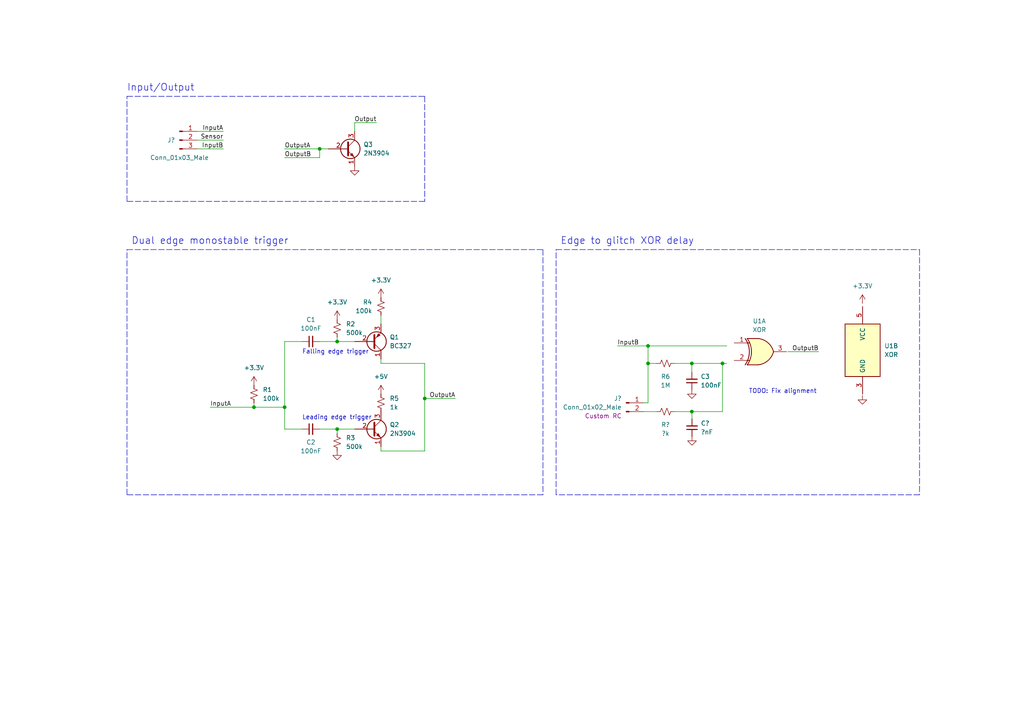
<source format=kicad_sch>
(kicad_sch (version 20211123) (generator eeschema)
  (paper "A4")
  (lib_symbols
    (symbol "Connector:Conn_01x02_Male" (pin_names (offset 1.016) hide)
      (property "Reference" "J" (at 0 2.54 0))
      (property "Value" "Conn_01x02_Male" (at 0 -5.08 0))
      (symbol "Conn_01x02_Male_1_1"
        (polyline (pts (xy 1.27 -2.54) (xy 0.8636 -2.54)) (stroke (width 0.1524)))
        (polyline (pts (xy 1.27 0) (xy 0.8636 0)) (stroke (width 0.1524)))
        (rectangle (start 0.8636 -2.413) (end 0 -2.667) (stroke (width 0.1524)) (fill (type outline)))
        (rectangle (start 0.8636 0.127) (end 0 -0.127) (stroke (width 0.1524)) (fill (type outline)))
        (pin passive line (at 5.08 0 180) (length 3.81) (name "Pin_1") (number "1"))
        (pin passive line (at 5.08 -2.54 180) (length 3.81) (name "Pin_2") (number "2"))
      )
    )
    (symbol "Connector:Conn_01x03_Male" (pin_names (offset 1.016) hide)
      (property "Reference" "J" (at 0 5.08 0))
      (property "Value" "Conn_01x03_Male" (at 0 -5.08 0))
      (symbol "Conn_01x03_Male_1_1"
        (polyline (pts (xy 1.27 -2.54) (xy 0.8636 -2.54)) (stroke (width 0.1524)))
        (polyline (pts (xy 1.27 0) (xy 0.8636 0)) (stroke (width 0.1524)))
        (polyline (pts (xy 1.27 2.54) (xy 0.8636 2.54)) (stroke (width 0.1524)))
        (rectangle (start 0.8636 -2.413) (end 0 -2.667) (stroke (width 0.1524)) (fill (type outline)))
        (rectangle (start 0.8636 0.127) (end 0 -0.127) (stroke (width 0.1524)) (fill (type outline)))
        (rectangle (start 0.8636 2.667) (end 0 2.413) (stroke (width 0.1524)) (fill (type outline)))
        (pin passive line (at 5.08 2.54 180) (length 3.81) (name "Pin_1") (number "1"))
        (pin passive line (at 5.08 0 180) (length 3.81) (name "Pin_2") (number "2"))
        (pin passive line (at 5.08 -2.54 180) (length 3.81) (name "Pin_3") (number "3"))
      )
    )
    (symbol "Device:C_Small" (pin_numbers hide) (pin_names (offset 0.254) hide)
      (property "Reference" "C" (at 0.254 1.778 0))
      (property "Value" "C_Small" (at 0.254 -2.032 0))
      (symbol "C_Small_0_1"
        (polyline (pts (xy -1.524 -0.508) (xy 1.524 -0.508)) (stroke (width 0.3302)))
        (polyline (pts (xy -1.524 0.508) (xy 1.524 0.508)) (stroke (width 0.3048)))
      )
      (symbol "C_Small_1_1"
        (pin passive line (at 0 2.54 270) (length 2.032) (name "~") (number "1"))
        (pin passive line (at 0 -2.54 90) (length 2.032) (name "~") (number "2"))
      )
    )
    (symbol "Device:R_Small_US" (pin_numbers hide) (pin_names (offset 0.254) hide)
      (property "Reference" "R" (at 0.762 0.508 0))
      (property "Value" "R_Small_US" (at 0.762 -1.016 0))
      (symbol "R_Small_US_1_1"
        (polyline (pts (xy 0 0) (xy 1.016 -0.381) (xy 0 -0.762) (xy -1.016 -1.143) (xy 0 -1.524)))
        (polyline (pts (xy 0 1.524) (xy 1.016 1.143) (xy 0 0.762) (xy -1.016 0.381) (xy 0 0)))
        (pin passive line (at 0 2.54 270) (length 1.016) (name "~") (number "1"))
        (pin passive line (at 0 -2.54 90) (length 1.016) (name "~") (number "2"))
      )
    )
    (symbol "Nick:XOR" (pin_names (offset 1.016))
      (property "Reference" "U" (at -0.7112 26.8732 0))
      (property "Value" "XOR" (at -0.7112 24.3332 0))
      (symbol "XOR_1_0"
        (arc (start -2.2608 -3.81) (mid -1.0445 0) (end -2.2608 3.81) (stroke (width 0.254)))
        (arc (start -1.6512 -3.81) (mid -0.4302 0) (end -1.6512 3.81) (stroke (width 0.254)))
        (polyline (pts (xy -1.6512 -3.81) (xy 1.5238 -3.81)) (stroke (width 0.254)) (fill (type background)))
        (polyline (pts (xy -1.6512 3.81) (xy 1.5238 3.81)) (stroke (width 0.254)) (fill (type background)))
        (polyline (pts (xy 1.5238 3.81) (xy -1.6512 3.81) (xy -1.6512 3.81) (xy -1.3972 3.4036) (xy -0.8638 2.2606) (xy -0.5336 1.0414) (xy -0.4574 -0.254) (xy -0.6098 -1.4986) (xy -1.0162 -2.7178) (xy -1.6512 -3.81) (xy -1.6512 -3.81) (xy 1.5238 -3.81)) (stroke (width -25.4)) (fill (type background)))
        (arc (start 1.5492 -3.81) (mid 4.3443 -2.584) (end 5.9688 0) (stroke (width 0.254)) (fill (type background)))
        (arc (start 5.9688 0) (mid 4.3516 2.5925) (end 1.5492 3.81) (stroke (width 0.254)) (fill (type background)))
        (pin input line (at -5.4612 2.54 0) (length 4.445) (name "~") (number "1"))
        (pin input line (at -5.4612 -2.54 0) (length 4.445) (name "~") (number "2"))
        (pin output line (at 9.7788 0 180) (length 3.81) (name "~") (number "3"))
      )
      (symbol "XOR_1_1"
        (polyline (pts (xy -1.6512 -2.54) (xy -1.0162 -2.54)) (stroke (width 0.1524)))
        (polyline (pts (xy -1.6512 2.54) (xy -1.0162 2.54)) (stroke (width 0.1524)))
      )
      (symbol "XOR_2_0"
        (pin power_in line (at 0.0508 -12.2936 90) (length 5.08) (name "GND") (number "3"))
        (pin power_in line (at 0.0508 13.1064 270) (length 5.08) (name "VCC") (number "5"))
      )
      (symbol "XOR_2_1"
        (rectangle (start -5.0292 8.0264) (end 5.1308 -7.2136) (stroke (width 0.254)) (fill (type background)))
      )
    )
    (symbol "Transistor_BJT:2N3904" (pin_names (offset 0) hide)
      (property "Reference" "Q" (at 5.08 1.905 0))
      (property "Value" "2N3904" (at 5.08 0 0))
      (symbol "2N3904_0_1"
        (polyline (pts (xy 0.635 0.635) (xy 2.54 2.54)))
        (polyline (pts (xy 0.635 -0.635) (xy 2.54 -2.54) (xy 2.54 -2.54)))
        (polyline (pts (xy 0.635 1.905) (xy 0.635 -1.905) (xy 0.635 -1.905)) (stroke (width 0.508)))
        (polyline (pts (xy 1.27 -1.778) (xy 1.778 -1.27) (xy 2.286 -2.286) (xy 1.27 -1.778) (xy 1.27 -1.778)) (fill (type outline)))
        (circle (center 1.27 0) (radius 2.8194) (stroke (width 0.254)))
      )
      (symbol "2N3904_1_1"
        (pin passive line (at 2.54 -5.08 90) (length 2.54) (name "E") (number "1"))
        (pin passive line (at -5.08 0 0) (length 5.715) (name "B") (number "2"))
        (pin passive line (at 2.54 5.08 270) (length 2.54) (name "C") (number "3"))
      )
    )
    (symbol "Transistor_BJT:BC327" (pin_names (offset 0) hide)
      (property "Reference" "Q" (at 5.08 1.905 0))
      (property "Value" "BC327" (at 5.08 0 0))
      (symbol "BC327_0_1"
        (polyline (pts (xy 0.635 0.635) (xy 2.54 2.54)))
        (polyline (pts (xy 0.635 -0.635) (xy 2.54 -2.54) (xy 2.54 -2.54)))
        (polyline (pts (xy 0.635 1.905) (xy 0.635 -1.905) (xy 0.635 -1.905)) (stroke (width 0.508)))
        (polyline (pts (xy 2.286 -1.778) (xy 1.778 -2.286) (xy 1.27 -1.27) (xy 2.286 -1.778) (xy 2.286 -1.778)) (fill (type outline)))
        (circle (center 1.27 0) (radius 2.8194) (stroke (width 0.254)))
      )
      (symbol "BC327_1_1"
        (pin passive line (at 2.54 5.08 270) (length 2.54) (name "C") (number "1"))
        (pin input line (at -5.08 0 0) (length 5.715) (name "B") (number "2"))
        (pin passive line (at 2.54 -5.08 90) (length 2.54) (name "E") (number "3"))
      )
    )
    (symbol "power:+3.3V" (power) (pin_names (offset 0))
      (property "Value" "+3.3V" (at 0 3.556 0))
      (symbol "+3.3V_0_1"
        (polyline (pts (xy -0.762 1.27) (xy 0 2.54)))
        (polyline (pts (xy 0 0) (xy 0 2.54)))
        (polyline (pts (xy 0 2.54) (xy 0.762 1.27)))
      )
      (symbol "+3.3V_1_1"
        (pin power_in line (at 0 0 90) (length 0) hide (name "+3.3V") (number "1"))
      )
    )
    (symbol "power:+5V" (power) (pin_names (offset 0))
      (property "Value" "+5V" (at 0 3.556 0))
      (symbol "+5V_0_1"
        (polyline (pts (xy -0.762 1.27) (xy 0 2.54)))
        (polyline (pts (xy 0 0) (xy 0 2.54)))
        (polyline (pts (xy 0 2.54) (xy 0.762 1.27)))
      )
      (symbol "+5V_1_1"
        (pin power_in line (at 0 0 90) (length 0) hide (name "+5V") (number "1"))
      )
    )
    (symbol "power:GND" (power) (pin_names (offset 0))
      (property "Value" "GND" (at 0 -3.81 0))
      (symbol "GND_0_1"
        (polyline (pts (xy 0 0) (xy 0 -1.27) (xy 1.27 -1.27) (xy 0 -2.54) (xy -1.27 -1.27) (xy 0 -1.27)))
      )
      (symbol "GND_1_1"
        (pin power_in line (at 0 0 270) (length 0) hide (name "GND") (number "1"))
      )
    )
  )
  (junction (at 97.79 99.06))
  (junction (at 209.55 105.41))
  (junction (at 123.19 115.57))
  (junction (at 200.66 119.38))
  (junction (at 187.96 100.33))
  (junction (at 73.66 118.11))
  (junction (at 92.71 43.18))
  (junction (at 187.96 105.41))
  (junction (at 97.79 124.46))
  (junction (at 200.66 105.41))
  (junction (at 82.55 118.11))
  (polyline (pts (xy 36.83 72.39) (xy 157.48 72.39)))
  (wire (pts (xy 110.49 91.44) (xy 110.49 93.98)))
  (polyline (pts (xy 157.48 143.51) (xy 36.83 143.51)))
  (wire (pts (xy 123.19 115.57) (xy 132.08 115.57)))
  (wire (pts (xy 200.66 119.38) (xy 200.7108 121.5136)))
  (wire (pts (xy 82.55 99.06) (xy 82.55 118.11)))
  (wire (pts (xy 186.69 116.84) (xy 187.96 116.84)))
  (wire (pts (xy 187.96 105.41) (xy 190.5 105.41)))
  (polyline (pts (xy 36.83 58.42) (xy 36.83 27.94)))
  (wire (pts (xy 200.66 119.38) (xy 209.55 119.38)))
  (wire (pts (xy 97.79 124.46) (xy 102.87 124.46)))
  (wire (pts (xy 110.49 104.14) (xy 110.49 105.41)))
  (polyline (pts (xy 36.83 143.51) (xy 36.83 72.39)))
  (wire (pts (xy 92.71 124.46) (xy 97.79 124.46)))
  (wire (pts (xy 57.15 38.1) (xy 64.77 38.1)))
  (wire (pts (xy 97.79 124.46) (xy 97.79 125.73)))
  (polyline (pts (xy 161.29 143.51) (xy 161.29 72.39)))
  (wire (pts (xy 82.55 99.06) (xy 87.63 99.06)))
  (wire (pts (xy 92.71 43.18) (xy 95.25 43.18)))
  (wire (pts (xy 92.71 45.72) (xy 92.71 43.18)))
  (wire (pts (xy 60.96 118.11) (xy 73.66 118.11)))
  (wire (pts (xy 82.55 124.46) (xy 82.55 118.11)))
  (wire (pts (xy 57.15 43.18) (xy 64.77 43.18)))
  (polyline (pts (xy 161.29 72.39) (xy 266.7 72.39)))
  (wire (pts (xy 186.69 119.38) (xy 190.5 119.38)))
  (polyline (pts (xy 266.7 72.39) (xy 266.7 143.51)))
  (polyline (pts (xy 36.83 27.94) (xy 123.19 27.94)))
  (wire (pts (xy 179.07 100.33) (xy 187.96 100.33)))
  (wire (pts (xy 200.66 105.41) (xy 209.55 105.41)))
  (wire (pts (xy 110.49 105.41) (xy 123.19 105.41)))
  (wire (pts (xy 187.96 100.33) (xy 210.82 100.33)))
  (wire (pts (xy 195.58 119.38) (xy 200.66 119.38)))
  (wire (pts (xy 73.66 118.11) (xy 82.55 118.11)))
  (polyline (pts (xy 157.48 72.39) (xy 157.48 143.51)))
  (wire (pts (xy 57.15 40.64) (xy 64.77 40.64)))
  (wire (pts (xy 82.55 45.72) (xy 92.71 45.72)))
  (wire (pts (xy 209.55 119.38) (xy 209.55 105.41)))
  (wire (pts (xy 123.19 105.41) (xy 123.19 115.57)))
  (wire (pts (xy 82.55 124.46) (xy 87.63 124.46)))
  (wire (pts (xy 195.58 105.41) (xy 200.66 105.41)))
  (wire (pts (xy 123.19 115.57) (xy 123.19 130.81)))
  (wire (pts (xy 228.5492 102.0064) (xy 237.4392 102.0064)))
  (wire (pts (xy 102.87 35.56) (xy 102.87 38.1)))
  (wire (pts (xy 110.49 130.81) (xy 110.49 129.54)))
  (wire (pts (xy 209.55 105.41) (xy 210.82 105.41)))
  (wire (pts (xy 187.96 116.84) (xy 187.96 105.41)))
  (wire (pts (xy 109.22 35.56) (xy 102.87 35.56)))
  (wire (pts (xy 110.49 130.81) (xy 123.19 130.81)))
  (wire (pts (xy 97.79 99.06) (xy 102.87 99.06)))
  (wire (pts (xy 73.66 116.84) (xy 73.66 118.11)))
  (wire (pts (xy 82.55 43.18) (xy 92.71 43.18)))
  (wire (pts (xy 187.96 100.33) (xy 187.96 105.41)))
  (polyline (pts (xy 123.19 58.42) (xy 36.83 58.42)))
  (wire (pts (xy 92.71 99.06) (xy 97.79 99.06)))
  (wire (pts (xy 200.66 105.41) (xy 200.66 107.95)))
  (wire (pts (xy 97.79 97.79) (xy 97.79 99.06)))
  (polyline (pts (xy 266.7 143.51) (xy 161.29 143.51)))
  (polyline (pts (xy 123.19 27.94) (xy 123.19 58.42)))
  (text "TODO: Fix alignment" (at 217.17 114.3 0) (effects (font (size 1.27 1.27)) (justify left bottom)))
  (text "Edge to glitch XOR delay" (at 162.56 71.12 0) (effects (font (size 2 2)) (justify left bottom)))
  (text "Dual edge monostable trigger" (at 38.1 71.12 0) (effects (font (size 2 2)) (justify left bottom)))
  (text "Falling edge trigger" (at 87.63 102.87 0) (effects (font (size 1.27 1.27)) (justify left bottom)))
  (text "Leading edge trigger" (at 87.63 121.92 0) (effects (font (size 1.27 1.27)) (justify left bottom)))
  (text "Input/Output" (at 36.83 26.67 0) (effects (font (size 2 2)) (justify left bottom)))
  (label "Output" (at 109.22 35.56 180))
  (label "InputA" (at 60.96 118.11 0))
  (label "OutputA" (at 82.55 43.18 0))
  (label "InputA" (at 64.77 38.1 180))
  (label "OutputB" (at 82.55 45.72 0))
  (label "InputB" (at 64.77 43.18 180))
  (label "Sensor" (at 64.77 40.64 180))
  (label "OutputB" (at 237.4392 102.0064 180))
  (label "OutputA" (at 132.08 115.57 180))
  (label "InputB" (at 179.07 100.33 0))
  (symbol (lib_id "Device:R_Small_US") (at 193.04 119.38 270) (unit 1) (in_bom no)
    (property "Reference" "R?" (at 193.04 123.19 90))
    (property "Value" "?k" (at 193.04 125.73 90))
    (property "Footprint" "Resistor_THT:R_Axial_DIN0207_L6.3mm_D2.5mm_P7.62mm_Horizontal" (effects hide))
  )
  (symbol (lib_id "power:GND") (at 250.1392 114.7064 0) (mirror y) (unit 1)
    (property "Reference" "#PWR09" (effects hide))
    (property "Value" "GND" (effects hide))
  )
  (symbol (lib_id "Device:C_Small") (at 90.17 124.46 90) (unit 1)
    (property "Reference" "C2" (at 90.1763 128.27 90))
    (property "Value" "100nF" (at 90.1763 130.81 90))
    (property "Footprint" "Capacitor_THT:C_Disc_D5.0mm_W2.5mm_P2.50mm" (effects hide))
  )
  (symbol (lib_id "power:+3.3V") (at 110.49 86.36 0) (unit 1)
    (property "Reference" "#PWR04" (effects hide))
    (property "Value" "+3.3V" (at 110.49 81.28 0))
  )
  (symbol (lib_id "power:+5V") (at 110.49 114.3 0) (mirror y) (unit 1)
    (property "Reference" "#PWR05" (effects hide))
    (property "Value" "+5V" (at 110.49 109.22 0))
  )
  (symbol (lib_id "Connector:Conn_01x02_Male") (at 181.61 116.84 0) (unit 1)
    (property "Reference" "J?" (at 180.34 115.5699 0) (effects (justify right)))
    (property "Value" "Conn_01x02_Male" (at 180.34 118.1099 0) (effects (justify right)))
    (property "Label" "Custom RC" (at 180.34 120.6499 0) (effects (justify right)))
  )
  (symbol (lib_id "Device:C_Small") (at 200.66 110.49 180) (unit 1)
    (property "Reference" "C3" (at 203.2 109.2135 0) (effects (justify right)))
    (property "Value" "100nF" (at 203.2 111.7535 0) (effects (justify right)))
    (property "Footprint" "Capacitor_THT:C_Disc_D5.0mm_W2.5mm_P2.50mm" (effects hide))
  )
  (symbol (lib_id "power:GND") (at 97.79 130.81 0) (mirror y) (unit 1)
    (property "Reference" "#PWR03" (effects hide))
    (property "Value" "GND" (effects hide))
  )
  (symbol (lib_id "power:+3.3V") (at 73.66 111.76 0) (unit 1)
    (property "Reference" "#PWR01" (effects hide))
    (property "Value" "+3.3V" (at 73.66 106.68 0))
  )
  (symbol (lib_id "Transistor_BJT:BC327") (at 107.95 99.06 0) (mirror x) (unit 1)
    (property "Reference" "Q1" (at 113.03 97.7899 0) (effects (justify left)))
    (property "Value" "BC327" (at 113.03 100.3299 0) (effects (justify left)))
    (property "Footprint" "Package_TO_SOT_THT:TO-92_Inline" (effects hide))
    (property "Datasheet" "http://www.onsemi.com/pub_link/Collateral/BC327-D.PDF" (effects hide))
  )
  (symbol (lib_id "Transistor_BJT:2N3904") (at 107.95 124.46 0) (unit 1)
    (property "Reference" "Q2" (at 113.03 123.1899 0) (effects (justify left)))
    (property "Value" "2N3904" (at 113.03 125.7299 0) (effects (justify left)))
    (property "Footprint" "Package_TO_SOT_THT:TO-92_Inline" (effects hide))
    (property "Datasheet" "https://www.onsemi.com/pub/Collateral/2N3903-D.PDF" (effects hide))
  )
  (symbol (lib_id "Connector:Conn_01x03_Male") (at 52.07 40.64 0) (unit 1)
    (property "Reference" "J?" (at 50.8 40.6399 0) (effects (justify right)))
    (property "Value" "Conn_01x03_Male" (at 52.07 45.72 0))
  )
  (symbol (lib_id "Device:C_Small") (at 200.7108 124.0536 180) (unit 1) (in_bom no)
    (property "Reference" "C?" (at 203.2508 122.7771 0) (effects (justify right)))
    (property "Value" "?nF" (at 203.2508 125.3171 0) (effects (justify right)))
    (property "Footprint" "Capacitor_THT:C_Disc_D5.0mm_W2.5mm_P2.50mm" (effects hide))
  )
  (symbol (lib_id "power:GND") (at 200.66 113.03 0) (mirror y) (unit 1)
    (property "Reference" "#PWR07" (effects hide))
    (property "Value" "GND" (effects hide))
  )
  (symbol (lib_id "Device:R_Small_US") (at 73.66 114.3 0) (unit 1)
    (property "Reference" "R1" (at 76.2 113.0299 0) (effects (justify left)))
    (property "Value" "100k" (at 76.2 115.5699 0) (effects (justify left)))
    (property "Footprint" "Resistor_THT:R_Axial_DIN0207_L6.3mm_D2.5mm_P7.62mm_Horizontal" (effects hide))
  )
  (symbol (lib_id "Nick:XOR") (at 218.3892 102.0064 0) (unit 1)
    (property "Reference" "U1" (at 220.2432 93.1164 0))
    (property "Value" "XOR" (at 220.2432 95.6564 0))
  )
  (symbol (lib_id "Nick:XOR") (at 250.1392 102.0064 0) (unit 2)
    (property "Reference" "U1" (at 256.4892 100.3299 0) (effects (justify left)))
    (property "Value" "XOR" (at 256.4892 102.8699 0) (effects (justify left)))
  )
  (symbol (lib_id "Device:R_Small_US") (at 193.04 105.41 270) (unit 1)
    (property "Reference" "R6" (at 193.04 109.22 90))
    (property "Value" "1M" (at 193.04 111.76 90))
    (property "Footprint" "Resistor_THT:R_Axial_DIN0207_L6.3mm_D2.5mm_P7.62mm_Horizontal" (effects hide))
  )
  (symbol (lib_id "Device:R_Small_US") (at 110.49 116.84 0) (unit 1)
    (property "Reference" "R5" (at 113.03 115.5699 0) (effects (justify left)))
    (property "Value" "1k" (at 113.03 118.1099 0) (effects (justify left)))
    (property "Footprint" "Resistor_THT:R_Axial_DIN0207_L6.3mm_D2.5mm_P7.62mm_Horizontal" (effects hide))
  )
  (symbol (lib_id "power:GND") (at 102.87 48.26 0) (mirror y) (unit 1)
    (property "Reference" "#PWR06" (effects hide))
    (property "Value" "GND" (effects hide))
  )
  (symbol (lib_id "power:+3.3V") (at 97.79 92.71 0) (unit 1)
    (property "Reference" "#PWR02" (effects hide))
    (property "Value" "+3.3V" (at 97.79 87.63 0))
  )
  (symbol (lib_id "Device:R_Small_US") (at 97.79 128.27 180) (unit 1)
    (property "Reference" "R3" (at 100.33 126.9999 0) (effects (justify right)))
    (property "Value" "500k" (at 100.33 129.5399 0) (effects (justify right)))
    (property "Footprint" "Resistor_THT:R_Axial_DIN0207_L6.3mm_D2.5mm_P7.62mm_Horizontal" (effects hide))
  )
  (symbol (lib_id "Device:C_Small") (at 90.17 99.06 90) (unit 1)
    (property "Reference" "C1" (at 90.1763 92.71 90))
    (property "Value" "100nF" (at 90.1763 95.25 90))
    (property "Footprint" "Capacitor_THT:C_Disc_D5.0mm_W2.5mm_P2.50mm" (effects hide))
  )
  (symbol (lib_id "Transistor_BJT:2N3904") (at 100.33 43.18 0) (unit 1)
    (property "Reference" "Q3" (at 105.41 41.9099 0) (effects (justify left)))
    (property "Value" "2N3904" (at 105.41 44.4499 0) (effects (justify left)))
    (property "Footprint" "Package_TO_SOT_THT:TO-92_Inline" (effects hide))
    (property "Datasheet" "https://www.onsemi.com/pub/Collateral/2N3903-D.PDF" (effects hide))
  )
  (symbol (lib_id "power:+3.3V") (at 250.1392 88.0364 0) (unit 1)
    (property "Reference" "#PWR08" (effects hide))
    (property "Value" "+3.3V" (at 250.1392 82.9564 0))
  )
  (symbol (lib_id "power:GND") (at 200.7108 126.5936 0) (mirror y) (unit 1)
    (property "Reference" "#PWR?" (effects hide))
    (property "Value" "GND" (effects hide))
  )
  (symbol (lib_id "Device:R_Small_US") (at 97.79 95.25 0) (unit 1)
    (property "Reference" "R2" (at 100.33 93.9799 0) (effects (justify left)))
    (property "Value" "500k" (at 100.33 96.5199 0) (effects (justify left)))
    (property "Footprint" "Resistor_THT:R_Axial_DIN0207_L6.3mm_D2.5mm_P7.62mm_Horizontal" (effects hide))
  )
  (symbol (lib_id "Device:R_Small_US") (at 110.49 88.9 0) (unit 1)
    (property "Reference" "R4" (at 107.95 87.6299 0) (effects (justify right)))
    (property "Value" "100k" (at 107.95 90.1699 0) (effects (justify right)))
    (property "Footprint" "Resistor_THT:R_Axial_DIN0207_L6.3mm_D2.5mm_P7.62mm_Horizontal" (effects hide))
  )
)
</source>
